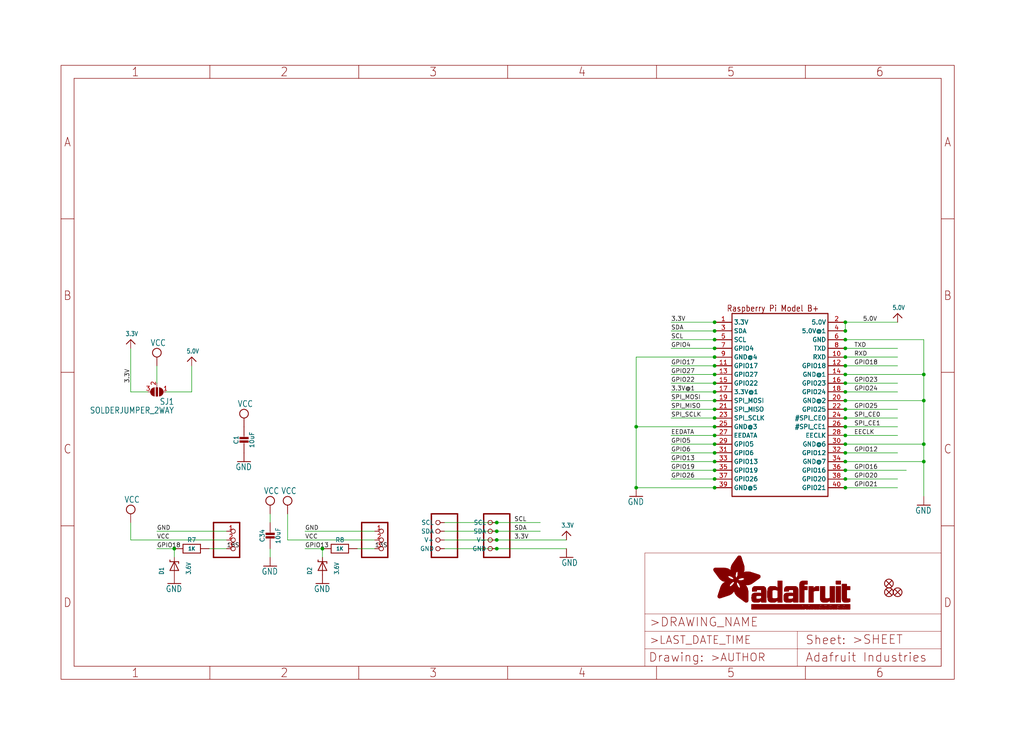
<source format=kicad_sch>
(kicad_sch (version 20211123) (generator eeschema)
  (paper "User" 298.45 217.881)
  (lib_symbols
    (symbol "eagleSchem-eagle-import:3.3V" (power)
      (property "Value" "3.3V" (at -1.524 1.016 0))
      (symbol "3.3V_1_0"
        (pin power_in line (at 0 -2.54 90) (length 2.54) (name "3.3V") (number "1"))
      )
    )
    (symbol "eagleSchem-eagle-import:5.0V" (power)
      (property "Value" "5.0V" (at -1.524 1.016 0))
      (symbol "5.0V_1_0"
        (pin power_in line (at 0 -2.54 90) (length 2.54) (name "5.0V") (number "1"))
      )
    )
    (symbol "eagleSchem-eagle-import:CAP_CERAMIC0805-NOOUTLINE"
      (property "Reference" "C" (at -2.29 1.25 90))
      (property "Value" "CAP_CERAMIC0805-NOOUTLINE" (at 2.3 1.25 90))
      (symbol "CAP_CERAMIC0805-NOOUTLINE_1_0"
        (pin passive line (at 0 5.08 270) (length 2.54) (name "1") (number "1"))
        (pin passive line (at 0 -2.54 90) (length 2.54) (name "2") (number "2"))
      )
    )
    (symbol "eagleSchem-eagle-import:CON_JST_PH_3PIN"
      (symbol "CON_JST_PH_3PIN_1_0"
        (pin passive inverted (at -2.54 2.54 0) (length 2.54) (name "1") (number "1"))
        (pin passive inverted (at -2.54 0 0) (length 2.54) (name "2") (number "2"))
        (pin passive inverted (at -2.54 -2.54 0) (length 2.54) (name "3") (number "3"))
      )
      (symbol "CON_JST_PH_3PIN_2_0"
        (pin bidirectional line (at 0 0 0) (length 5.08) (name "MT") (number "NC1"))
      )
      (symbol "CON_JST_PH_3PIN_3_0"
        (pin bidirectional line (at 0 0 0) (length 5.08) (name "MT") (number "NC2"))
      )
    )
    (symbol "eagleSchem-eagle-import:DIODE-ZENERSOD323"
      (property "Reference" "D" (at -2.54 3.0226 0))
      (property "Value" "DIODE-ZENERSOD323" (at -2.54 -4.8514 0))
      (symbol "DIODE-ZENERSOD323_1_0"
        (pin passive line (at -2.54 0 0) (length 2.54) (name "A") (number "A"))
        (pin passive line (at 2.54 0 180) (length 2.54) (name "C") (number "C"))
      )
    )
    (symbol "eagleSchem-eagle-import:FIDUCIAL_1MM")
    (symbol "eagleSchem-eagle-import:FRAME_A4_ADAFRUIT"
      (symbol "FRAME_A4_ADAFRUIT_0_0"
        (text "1" (at 21.6958 1.905 0) (effects (font (size 2.54 2.286))))
        (text "1" (at 21.6958 177.165 0) (effects (font (size 2.54 2.286))))
        (text "2" (at 65.0875 1.905 0) (effects (font (size 2.54 2.286))))
        (text "2" (at 65.0875 177.165 0) (effects (font (size 2.54 2.286))))
        (text "3" (at 108.4792 1.905 0) (effects (font (size 2.54 2.286))))
        (text "3" (at 108.4792 177.165 0) (effects (font (size 2.54 2.286))))
        (text "4" (at 151.8708 1.905 0) (effects (font (size 2.54 2.286))))
        (text "4" (at 151.8708 177.165 0) (effects (font (size 2.54 2.286))))
        (text "5" (at 195.2625 1.905 0) (effects (font (size 2.54 2.286))))
        (text "5" (at 195.2625 177.165 0) (effects (font (size 2.54 2.286))))
        (text "6" (at 238.6542 1.905 0) (effects (font (size 2.54 2.286))))
        (text "6" (at 238.6542 177.165 0) (effects (font (size 2.54 2.286))))
        (text "A" (at 1.905 156.6863 0) (effects (font (size 2.54 2.286))))
        (text "A" (at 258.445 156.6863 0) (effects (font (size 2.54 2.286))))
        (text "B" (at 1.905 111.9188 0) (effects (font (size 2.54 2.286))))
        (text "B" (at 258.445 111.9188 0) (effects (font (size 2.54 2.286))))
        (text "C" (at 1.905 67.1513 0) (effects (font (size 2.54 2.286))))
        (text "C" (at 258.445 67.1513 0) (effects (font (size 2.54 2.286))))
        (text "D" (at 1.905 22.3838 0) (effects (font (size 2.54 2.286))))
        (text "D" (at 258.445 22.3838 0) (effects (font (size 2.54 2.286))))
      )
      (symbol "FRAME_A4_ADAFRUIT_1_0"
        (text ">AUTHOR" (at 189.23 5.08 0) (effects (font (size 2.286 2.286)) (justify left bottom)))
        (text ">DRAWING_NAME" (at 171.45 15.24 0) (effects (font (size 2.54 2.54)) (justify left bottom)))
        (text ">LAST_DATE_TIME" (at 171.45 10.16 0) (effects (font (size 2.286 2.286)) (justify left bottom)))
        (text ">SHEET" (at 230.505 10.16 0) (effects (font (size 2.54 2.54)) (justify left bottom)))
        (text "Adafruit Industries" (at 216.916 4.953 0) (effects (font (size 2.54 2.54)) (justify left bottom)))
        (text "Drawing:" (at 171.196 4.953 0) (effects (font (size 2.54 2.54)) (justify left bottom)))
        (text "Sheet:" (at 216.916 10.033 0) (effects (font (size 2.54 2.54)) (justify left bottom)))
      )
    )
    (symbol "eagleSchem-eagle-import:GND" (power)
      (property "Value" "GND" (at -2.54 -2.54 0))
      (symbol "GND_1_0"
        (pin power_in line (at 0 2.54 270) (length 2.54) (name "GND") (number "1"))
      )
    )
    (symbol "eagleSchem-eagle-import:RASPBERRYPI_BPLUS_2X20_THMSMT_TOP"
      (symbol "RASPBERRYPI_BPLUS_2X20_THMSMT_TOP_1_0"
        (text "Raspberry Pi Model B+" (at 12.7 25.4 0) (effects (font (size 1.778 1.5113)) (justify right top)))
        (pin power_in line (at -17.78 20.32 0) (length 5.08) (name "3.3V") (number "1"))
        (pin bidirectional line (at 20.32 10.16 180) (length 5.08) (name "RXD") (number "10"))
        (pin bidirectional line (at -17.78 7.62 0) (length 5.08) (name "GPIO17") (number "11"))
        (pin bidirectional line (at 20.32 7.62 180) (length 5.08) (name "GPIO18") (number "12"))
        (pin bidirectional line (at -17.78 5.08 0) (length 5.08) (name "GPIO27") (number "13"))
        (pin power_in line (at 20.32 5.08 180) (length 5.08) (name "GND@1") (number "14"))
        (pin bidirectional line (at -17.78 2.54 0) (length 5.08) (name "GPIO22") (number "15"))
        (pin bidirectional line (at 20.32 2.54 180) (length 5.08) (name "GPIO23") (number "16"))
        (pin power_in line (at -17.78 0 0) (length 5.08) (name "3.3V@1") (number "17"))
        (pin bidirectional line (at 20.32 0 180) (length 5.08) (name "GPIO24") (number "18"))
        (pin bidirectional line (at -17.78 -2.54 0) (length 5.08) (name "SPI_MOSI") (number "19"))
        (pin power_in line (at 20.32 20.32 180) (length 5.08) (name "5.0V") (number "2"))
        (pin power_in line (at 20.32 -2.54 180) (length 5.08) (name "GND@2") (number "20"))
        (pin bidirectional line (at -17.78 -5.08 0) (length 5.08) (name "SPI_MISO") (number "21"))
        (pin bidirectional line (at 20.32 -5.08 180) (length 5.08) (name "GPIO25") (number "22"))
        (pin bidirectional line (at -17.78 -7.62 0) (length 5.08) (name "SPI_SCLK") (number "23"))
        (pin bidirectional line (at 20.32 -7.62 180) (length 5.08) (name "#SPI_CE0") (number "24"))
        (pin power_in line (at -17.78 -10.16 0) (length 5.08) (name "GND@3") (number "25"))
        (pin bidirectional line (at 20.32 -10.16 180) (length 5.08) (name "#SPI_CE1") (number "26"))
        (pin bidirectional line (at -17.78 -12.7 0) (length 5.08) (name "EEDATA") (number "27"))
        (pin bidirectional line (at 20.32 -12.7 180) (length 5.08) (name "EECLK") (number "28"))
        (pin bidirectional line (at -17.78 -15.24 0) (length 5.08) (name "GPIO5") (number "29"))
        (pin bidirectional line (at -17.78 17.78 0) (length 5.08) (name "SDA") (number "3"))
        (pin power_in line (at 20.32 -15.24 180) (length 5.08) (name "GND@6") (number "30"))
        (pin bidirectional line (at -17.78 -17.78 0) (length 5.08) (name "GPIO6") (number "31"))
        (pin bidirectional line (at 20.32 -17.78 180) (length 5.08) (name "GPIO12") (number "32"))
        (pin bidirectional line (at -17.78 -20.32 0) (length 5.08) (name "GPIO13") (number "33"))
        (pin power_in line (at 20.32 -20.32 180) (length 5.08) (name "GND@7") (number "34"))
        (pin bidirectional line (at -17.78 -22.86 0) (length 5.08) (name "GPIO19") (number "35"))
        (pin bidirectional line (at 20.32 -22.86 180) (length 5.08) (name "GPIO16") (number "36"))
        (pin bidirectional line (at -17.78 -25.4 0) (length 5.08) (name "GPIO26") (number "37"))
        (pin bidirectional line (at 20.32 -25.4 180) (length 5.08) (name "GPIO20") (number "38"))
        (pin power_in line (at -17.78 -27.94 0) (length 5.08) (name "GND@5") (number "39"))
        (pin power_in line (at 20.32 17.78 180) (length 5.08) (name "5.0V@1") (number "4"))
        (pin bidirectional line (at 20.32 -27.94 180) (length 5.08) (name "GPIO21") (number "40"))
        (pin bidirectional line (at -17.78 15.24 0) (length 5.08) (name "SCL") (number "5"))
        (pin power_in line (at 20.32 15.24 180) (length 5.08) (name "GND") (number "6"))
        (pin bidirectional line (at -17.78 12.7 0) (length 5.08) (name "GPIO4") (number "7"))
        (pin bidirectional line (at 20.32 12.7 180) (length 5.08) (name "TXD") (number "8"))
        (pin power_in line (at -17.78 10.16 0) (length 5.08) (name "GND@4") (number "9"))
        (pin power_in line (at -17.78 20.32 0) (length 5.08) (name "3.3V") (number "S1"))
        (pin bidirectional line (at 20.32 10.16 180) (length 5.08) (name "RXD") (number "S10"))
        (pin bidirectional line (at -17.78 7.62 0) (length 5.08) (name "GPIO17") (number "S11"))
        (pin bidirectional line (at 20.32 7.62 180) (length 5.08) (name "GPIO18") (number "S12"))
        (pin bidirectional line (at -17.78 5.08 0) (length 5.08) (name "GPIO27") (number "S13"))
        (pin power_in line (at 20.32 5.08 180) (length 5.08) (name "GND@1") (number "S14"))
        (pin bidirectional line (at -17.78 2.54 0) (length 5.08) (name "GPIO22") (number "S15"))
        (pin bidirectional line (at 20.32 2.54 180) (length 5.08) (name "GPIO23") (number "S16"))
        (pin power_in line (at -17.78 0 0) (length 5.08) (name "3.3V@1") (number "S17"))
        (pin bidirectional line (at 20.32 0 180) (length 5.08) (name "GPIO24") (number "S18"))
        (pin bidirectional line (at -17.78 -2.54 0) (length 5.08) (name "SPI_MOSI") (number "S19"))
        (pin power_in line (at 20.32 20.32 180) (length 5.08) (name "5.0V") (number "S2"))
        (pin power_in line (at 20.32 -2.54 180) (length 5.08) (name "GND@2") (number "S20"))
        (pin bidirectional line (at -17.78 -5.08 0) (length 5.08) (name "SPI_MISO") (number "S21"))
        (pin bidirectional line (at 20.32 -5.08 180) (length 5.08) (name "GPIO25") (number "S22"))
        (pin bidirectional line (at -17.78 -7.62 0) (length 5.08) (name "SPI_SCLK") (number "S23"))
        (pin bidirectional line (at 20.32 -7.62 180) (length 5.08) (name "#SPI_CE0") (number "S24"))
        (pin power_in line (at -17.78 -10.16 0) (length 5.08) (name "GND@3") (number "S25"))
        (pin bidirectional line (at 20.32 -10.16 180) (length 5.08) (name "#SPI_CE1") (number "S26"))
        (pin bidirectional line (at -17.78 -12.7 0) (length 5.08) (name "EEDATA") (number "S27"))
        (pin bidirectional line (at 20.32 -12.7 180) (length 5.08) (name "EECLK") (number "S28"))
        (pin bidirectional line (at -17.78 -15.24 0) (length 5.08) (name "GPIO5") (number "S29"))
        (pin bidirectional line (at -17.78 17.78 0) (length 5.08) (name "SDA") (number "S3"))
        (pin power_in line (at 20.32 -15.24 180) (length 5.08) (name "GND@6") (number "S30"))
        (pin bidirectional line (at -17.78 -17.78 0) (length 5.08) (name "GPIO6") (number "S31"))
        (pin bidirectional line (at 20.32 -17.78 180) (length 5.08) (name "GPIO12") (number "S32"))
        (pin bidirectional line (at -17.78 -20.32 0) (length 5.08) (name "GPIO13") (number "S33"))
        (pin power_in line (at 20.32 -20.32 180) (length 5.08) (name "GND@7") (number "S34"))
        (pin bidirectional line (at -17.78 -22.86 0) (length 5.08) (name "GPIO19") (number "S35"))
        (pin bidirectional line (at 20.32 -22.86 180) (length 5.08) (name "GPIO16") (number "S36"))
        (pin bidirectional line (at -17.78 -25.4 0) (length 5.08) (name "GPIO26") (number "S37"))
        (pin bidirectional line (at 20.32 -25.4 180) (length 5.08) (name "GPIO20") (number "S38"))
        (pin power_in line (at -17.78 -27.94 0) (length 5.08) (name "GND@5") (number "S39"))
        (pin power_in line (at 20.32 17.78 180) (length 5.08) (name "5.0V@1") (number "S4"))
        (pin bidirectional line (at 20.32 -27.94 180) (length 5.08) (name "GPIO21") (number "S40"))
        (pin bidirectional line (at -17.78 15.24 0) (length 5.08) (name "SCL") (number "S5"))
        (pin power_in line (at 20.32 15.24 180) (length 5.08) (name "GND") (number "S6"))
        (pin bidirectional line (at -17.78 12.7 0) (length 5.08) (name "GPIO4") (number "S7"))
        (pin bidirectional line (at 20.32 12.7 180) (length 5.08) (name "TXD") (number "S8"))
        (pin power_in line (at -17.78 10.16 0) (length 5.08) (name "GND@4") (number "S9"))
      )
    )
    (symbol "eagleSchem-eagle-import:RASPBERRYPI_BPLUS_IDC"
      (symbol "RASPBERRYPI_BPLUS_IDC_1_0"
        (text "Raspberry Pi Model B+" (at 12.7 25.4 0) (effects (font (size 1.778 1.5113)) (justify right top)))
        (pin power_in line (at -17.78 20.32 0) (length 5.08) (name "3.3V") (number "1"))
        (pin bidirectional line (at 20.32 10.16 180) (length 5.08) (name "RXD") (number "10"))
        (pin bidirectional line (at -17.78 7.62 0) (length 5.08) (name "GPIO17") (number "11"))
        (pin bidirectional line (at 20.32 7.62 180) (length 5.08) (name "GPIO18") (number "12"))
        (pin bidirectional line (at -17.78 5.08 0) (length 5.08) (name "GPIO27") (number "13"))
        (pin power_in line (at 20.32 5.08 180) (length 5.08) (name "GND@1") (number "14"))
        (pin bidirectional line (at -17.78 2.54 0) (length 5.08) (name "GPIO22") (number "15"))
        (pin bidirectional line (at 20.32 2.54 180) (length 5.08) (name "GPIO23") (number "16"))
        (pin power_in line (at -17.78 0 0) (length 5.08) (name "3.3V@1") (number "17"))
        (pin bidirectional line (at 20.32 0 180) (length 5.08) (name "GPIO24") (number "18"))
        (pin bidirectional line (at -17.78 -2.54 0) (length 5.08) (name "SPI_MOSI") (number "19"))
        (pin power_in line (at 20.32 20.32 180) (length 5.08) (name "5.0V") (number "2"))
        (pin power_in line (at 20.32 -2.54 180) (length 5.08) (name "GND@2") (number "20"))
        (pin bidirectional line (at -17.78 -5.08 0) (length 5.08) (name "SPI_MISO") (number "21"))
        (pin bidirectional line (at 20.32 -5.08 180) (length 5.08) (name "GPIO25") (number "22"))
        (pin bidirectional line (at -17.78 -7.62 0) (length 5.08) (name "SPI_SCLK") (number "23"))
        (pin bidirectional line (at 20.32 -7.62 180) (length 5.08) (name "#SPI_CE0") (number "24"))
        (pin power_in line (at -17.78 -10.16 0) (length 5.08) (name "GND@3") (number "25"))
        (pin bidirectional line (at 20.32 -10.16 180) (length 5.08) (name "#SPI_CE1") (number "26"))
        (pin bidirectional line (at -17.78 -12.7 0) (length 5.08) (name "EEDATA") (number "27"))
        (pin bidirectional line (at 20.32 -12.7 180) (length 5.08) (name "EECLK") (number "28"))
        (pin bidirectional line (at -17.78 -15.24 0) (length 5.08) (name "GPIO5") (number "29"))
        (pin bidirectional line (at -17.78 17.78 0) (length 5.08) (name "SDA") (number "3"))
        (pin power_in line (at 20.32 -15.24 180) (length 5.08) (name "GND@6") (number "30"))
        (pin bidirectional line (at -17.78 -17.78 0) (length 5.08) (name "GPIO6") (number "31"))
        (pin bidirectional line (at 20.32 -17.78 180) (length 5.08) (name "GPIO12") (number "32"))
        (pin bidirectional line (at -17.78 -20.32 0) (length 5.08) (name "GPIO13") (number "33"))
        (pin power_in line (at 20.32 -20.32 180) (length 5.08) (name "GND@7") (number "34"))
        (pin bidirectional line (at -17.78 -22.86 0) (length 5.08) (name "GPIO19") (number "35"))
        (pin bidirectional line (at 20.32 -22.86 180) (length 5.08) (name "GPIO16") (number "36"))
        (pin bidirectional line (at -17.78 -25.4 0) (length 5.08) (name "GPIO26") (number "37"))
        (pin bidirectional line (at 20.32 -25.4 180) (length 5.08) (name "GPIO20") (number "38"))
        (pin power_in line (at -17.78 -27.94 0) (length 5.08) (name "GND@5") (number "39"))
        (pin power_in line (at 20.32 17.78 180) (length 5.08) (name "5.0V@1") (number "4"))
        (pin bidirectional line (at 20.32 -27.94 180) (length 5.08) (name "GPIO21") (number "40"))
        (pin bidirectional line (at -17.78 15.24 0) (length 5.08) (name "SCL") (number "5"))
        (pin power_in line (at 20.32 15.24 180) (length 5.08) (name "GND") (number "6"))
        (pin bidirectional line (at -17.78 12.7 0) (length 5.08) (name "GPIO4") (number "7"))
        (pin bidirectional line (at 20.32 12.7 180) (length 5.08) (name "TXD") (number "8"))
        (pin power_in line (at -17.78 10.16 0) (length 5.08) (name "GND@4") (number "9"))
      )
    )
    (symbol "eagleSchem-eagle-import:RESISTOR_0603_NOOUT"
      (property "Reference" "R" (at 0 2.54 0))
      (property "Value" "RESISTOR_0603_NOOUT" (at 0 0 0))
      (symbol "RESISTOR_0603_NOOUT_1_0"
        (pin passive line (at -5.08 0 0) (length 2.54) (name "1") (number "1"))
        (pin passive line (at 5.08 0 180) (length 2.54) (name "2") (number "2"))
      )
    )
    (symbol "eagleSchem-eagle-import:SOLDERJUMPER_2WAY"
      (property "Reference" "SJ" (at -5.08 -3.81 0))
      (property "Value" "SOLDERJUMPER_2WAY" (at -5.08 -6.35 0))
      (symbol "SOLDERJUMPER_2WAY_1_0"
        (pin passive line (at -2.54 0 0) (length 0) (name "1") (number "1"))
        (pin passive line (at 0 2.54 270) (length 0) (name "2") (number "2"))
        (pin passive line (at 2.54 0 180) (length 0) (name "3") (number "3"))
      )
    )
    (symbol "eagleSchem-eagle-import:STEMMA_I2C_QT"
      (symbol "STEMMA_I2C_QT_1_0"
        (pin passive inverted (at 0 5.08 0) (length 2.54) (name "GND") (number "1"))
        (pin passive inverted (at 0 2.54 0) (length 2.54) (name "V+") (number "2"))
        (pin passive inverted (at 0 0 0) (length 2.54) (name "SDA") (number "3"))
        (pin passive inverted (at 0 -2.54 0) (length 2.54) (name "SCL") (number "4"))
      )
      (symbol "STEMMA_I2C_QT_2_0"
        (pin bidirectional line (at 0 0 0) (length 5.08) (name "MT") (number "MT1"))
      )
      (symbol "STEMMA_I2C_QT_3_0"
        (pin bidirectional line (at 0 0 0) (length 5.08) (name "MT") (number "MT2"))
      )
    )
    (symbol "eagleSchem-eagle-import:VCC" (power)
      (property "Value" "VCC" (at -1.905 3.175 0))
      (symbol "VCC_1_0"
        (pin power_in line (at 0 -2.54 90) (length 2.54) (name "VCC") (number "1"))
      )
    )
  )
  (junction (at 208.28 93.98))
  (junction (at 246.38 134.62))
  (junction (at 144.78 152.4))
  (junction (at 246.38 132.08))
  (junction (at 185.42 142.24))
  (junction (at 246.38 121.92))
  (junction (at 246.38 99.06))
  (junction (at 246.38 139.7))
  (junction (at 246.38 127))
  (junction (at 269.24 129.54))
  (junction (at 246.38 116.84))
  (junction (at 208.28 99.06))
  (junction (at 208.28 121.92))
  (junction (at 208.28 116.84))
  (junction (at 208.28 96.52))
  (junction (at 269.24 109.22))
  (junction (at 144.78 154.94))
  (junction (at 208.28 127))
  (junction (at 208.28 124.46))
  (junction (at 208.28 114.3))
  (junction (at 246.38 109.22))
  (junction (at 246.38 106.68))
  (junction (at 246.38 142.24))
  (junction (at 246.38 101.6))
  (junction (at 208.28 104.14))
  (junction (at 246.38 96.52))
  (junction (at 185.42 124.46))
  (junction (at 50.8 160.02))
  (junction (at 144.78 157.48))
  (junction (at 208.28 142.24))
  (junction (at 208.28 137.16))
  (junction (at 208.28 119.38))
  (junction (at 246.38 111.76))
  (junction (at 246.38 114.3))
  (junction (at 208.28 134.62))
  (junction (at 246.38 104.14))
  (junction (at 208.28 129.54))
  (junction (at 269.24 116.84))
  (junction (at 208.28 106.68))
  (junction (at 246.38 137.16))
  (junction (at 208.28 132.08))
  (junction (at 246.38 119.38))
  (junction (at 208.28 101.6))
  (junction (at 269.24 134.62))
  (junction (at 246.38 124.46))
  (junction (at 208.28 111.76))
  (junction (at 144.78 160.02))
  (junction (at 246.38 129.54))
  (junction (at 208.28 109.22))
  (junction (at 208.28 139.7))
  (junction (at 93.98 160.02))
  (junction (at 246.38 93.98))
  (wire (pts (xy 43.18 114.3) (xy 38.1 114.3)))
  (wire (pts (xy 144.78 154.94) (xy 157.48 154.94)))
  (wire (pts (xy 78.74 152.4) (xy 78.74 149.86)))
  (wire (pts (xy 208.28 93.98) (xy 195.58 93.98)))
  (wire (pts (xy 246.38 142.24) (xy 261.62 142.24)))
  (wire (pts (xy 269.24 109.22) (xy 269.24 116.84)))
  (wire (pts (xy 109.22 154.94) (xy 88.9 154.94)))
  (wire (pts (xy 246.38 127) (xy 261.62 127)))
  (wire (pts (xy 144.78 152.4) (xy 129.54 152.4)))
  (wire (pts (xy 246.38 106.68) (xy 261.62 106.68)))
  (wire (pts (xy 208.28 101.6) (xy 195.58 101.6)))
  (wire (pts (xy 269.24 116.84) (xy 269.24 129.54)))
  (wire (pts (xy 208.28 142.24) (xy 185.42 142.24)))
  (wire (pts (xy 50.8 160.02) (xy 45.72 160.02)))
  (wire (pts (xy 195.58 114.3) (xy 208.28 114.3)))
  (wire (pts (xy 50.8 160.02) (xy 50.8 162.56)))
  (wire (pts (xy 246.38 111.76) (xy 261.62 111.76)))
  (wire (pts (xy 246.38 119.38) (xy 261.62 119.38)))
  (wire (pts (xy 45.72 106.68) (xy 45.72 111.76)))
  (wire (pts (xy 195.58 137.16) (xy 208.28 137.16)))
  (wire (pts (xy 109.22 160.02) (xy 104.14 160.02)))
  (wire (pts (xy 269.24 134.62) (xy 269.24 144.78)))
  (wire (pts (xy 195.58 121.92) (xy 208.28 121.92)))
  (wire (pts (xy 195.58 132.08) (xy 208.28 132.08)))
  (wire (pts (xy 93.98 160.02) (xy 88.9 160.02)))
  (wire (pts (xy 195.58 116.84) (xy 208.28 116.84)))
  (wire (pts (xy 38.1 157.48) (xy 66.04 157.48)))
  (wire (pts (xy 195.58 139.7) (xy 208.28 139.7)))
  (wire (pts (xy 144.78 157.48) (xy 129.54 157.48)))
  (wire (pts (xy 185.42 104.14) (xy 208.28 104.14)))
  (wire (pts (xy 246.38 137.16) (xy 264.16 137.16)))
  (wire (pts (xy 144.78 152.4) (xy 157.48 152.4)))
  (wire (pts (xy 269.24 99.06) (xy 269.24 109.22)))
  (wire (pts (xy 246.38 101.6) (xy 261.62 101.6)))
  (wire (pts (xy 144.78 160.02) (xy 165.1 160.02)))
  (wire (pts (xy 269.24 129.54) (xy 269.24 134.62)))
  (wire (pts (xy 246.38 132.08) (xy 261.62 132.08)))
  (wire (pts (xy 144.78 160.02) (xy 129.54 160.02)))
  (wire (pts (xy 246.38 124.46) (xy 261.62 124.46)))
  (wire (pts (xy 185.42 124.46) (xy 208.28 124.46)))
  (wire (pts (xy 55.88 114.3) (xy 55.88 106.68)))
  (wire (pts (xy 246.38 96.52) (xy 246.38 93.98)))
  (wire (pts (xy 48.26 114.3) (xy 55.88 114.3)))
  (wire (pts (xy 208.28 99.06) (xy 195.58 99.06)))
  (wire (pts (xy 144.78 157.48) (xy 165.1 157.48)))
  (wire (pts (xy 208.28 106.68) (xy 195.58 106.68)))
  (wire (pts (xy 195.58 134.62) (xy 208.28 134.62)))
  (wire (pts (xy 208.28 127) (xy 195.58 127)))
  (wire (pts (xy 195.58 109.22) (xy 208.28 109.22)))
  (wire (pts (xy 246.38 114.3) (xy 261.62 114.3)))
  (wire (pts (xy 246.38 93.98) (xy 261.62 93.98)))
  (wire (pts (xy 246.38 99.06) (xy 269.24 99.06)))
  (wire (pts (xy 38.1 114.3) (xy 38.1 101.6)))
  (wire (pts (xy 246.38 134.62) (xy 269.24 134.62)))
  (wire (pts (xy 246.38 129.54) (xy 269.24 129.54)))
  (wire (pts (xy 246.38 121.92) (xy 261.62 121.92)))
  (wire (pts (xy 66.04 154.94) (xy 45.72 154.94)))
  (wire (pts (xy 208.28 96.52) (xy 195.58 96.52)))
  (wire (pts (xy 246.38 109.22) (xy 269.24 109.22)))
  (wire (pts (xy 261.62 104.14) (xy 246.38 104.14)))
  (wire (pts (xy 38.1 157.48) (xy 38.1 152.4)))
  (wire (pts (xy 93.98 162.56) (xy 93.98 160.02)))
  (wire (pts (xy 246.38 116.84) (xy 269.24 116.84)))
  (wire (pts (xy 83.82 157.48) (xy 83.82 149.86)))
  (wire (pts (xy 185.42 124.46) (xy 185.42 104.14)))
  (wire (pts (xy 144.78 154.94) (xy 129.54 154.94)))
  (wire (pts (xy 78.74 162.56) (xy 78.74 160.02)))
  (wire (pts (xy 246.38 139.7) (xy 261.62 139.7)))
  (wire (pts (xy 195.58 129.54) (xy 208.28 129.54)))
  (wire (pts (xy 83.82 157.48) (xy 109.22 157.48)))
  (wire (pts (xy 66.04 160.02) (xy 60.96 160.02)))
  (wire (pts (xy 195.58 119.38) (xy 208.28 119.38)))
  (wire (pts (xy 208.28 111.76) (xy 195.58 111.76)))
  (wire (pts (xy 185.42 124.46) (xy 185.42 142.24)))
  (label "TXD" (at 248.92 101.6 0) (effects (font (size 1.2446 1.2446))))
  (label "GPIO13" (at 88.9 160.02 0) (effects (font (size 1.2446 1.2446))))
  (label "SCL" (at 195.58 99.06 0) (effects (font (size 1.2446 1.2446))))
  (label "GND" (at 45.72 154.94 0) (effects (font (size 1.2446 1.2446))))
  (label "SPI_MOSI" (at 195.58 116.84 0) (effects (font (size 1.2446 1.2446))))
  (label "5.0V" (at 251.46 93.98 0) (effects (font (size 1.2446 1.2446))))
  (label "GPIO16" (at 248.92 137.16 0) (effects (font (size 1.2446 1.2446))))
  (label "3.3V@1" (at 195.58 114.3 0) (effects (font (size 1.2446 1.2446))))
  (label "RXD" (at 248.92 104.14 0) (effects (font (size 1.2446 1.2446))))
  (label "GPIO4" (at 195.58 101.6 0) (effects (font (size 1.2446 1.2446))))
  (label "SCL" (at 149.86 152.4 0) (effects (font (size 1.2446 1.2446))))
  (label "GPIO18" (at 45.72 160.02 0) (effects (font (size 1.2446 1.2446))))
  (label "GPIO21" (at 248.92 142.24 0) (effects (font (size 1.2446 1.2446))))
  (label "GPIO13" (at 195.58 134.62 0) (effects (font (size 1.2446 1.2446))))
  (label "3.3V" (at 195.58 93.98 0) (effects (font (size 1.2446 1.2446))))
  (label "18S" (at 66.04 160.02 0) (effects (font (size 1.2446 1.2446))))
  (label "SPI_MISO" (at 195.58 119.38 0) (effects (font (size 1.2446 1.2446))))
  (label "GPIO25" (at 248.92 119.38 0) (effects (font (size 1.2446 1.2446))))
  (label "EEDATA" (at 195.58 127 0) (effects (font (size 1.2446 1.2446))))
  (label "GPIO19" (at 195.58 137.16 0) (effects (font (size 1.2446 1.2446))))
  (label "3.3V" (at 38.1 111.76 90) (effects (font (size 1.2446 1.2446))))
  (label "VCC" (at 88.9 157.48 0) (effects (font (size 1.2446 1.2446))))
  (label "GND" (at 88.9 154.94 0) (effects (font (size 1.2446 1.2446))))
  (label "13S" (at 109.22 160.02 0) (effects (font (size 1.2446 1.2446))))
  (label "GPIO20" (at 248.92 139.7 0) (effects (font (size 1.2446 1.2446))))
  (label "SPI_CE0" (at 248.92 121.92 0) (effects (font (size 1.2446 1.2446))))
  (label "EECLK" (at 248.92 127 0) (effects (font (size 1.2446 1.2446))))
  (label "GPIO23" (at 248.92 111.76 0) (effects (font (size 1.2446 1.2446))))
  (label "SPI_CE1" (at 248.92 124.46 0) (effects (font (size 1.2446 1.2446))))
  (label "GPIO18" (at 248.92 106.68 0) (effects (font (size 1.2446 1.2446))))
  (label "GPIO26" (at 195.58 139.7 0) (effects (font (size 1.2446 1.2446))))
  (label "GPIO6" (at 195.58 132.08 0) (effects (font (size 1.2446 1.2446))))
  (label "SDA" (at 195.58 96.52 0) (effects (font (size 1.2446 1.2446))))
  (label "SDA" (at 149.86 154.94 0) (effects (font (size 1.2446 1.2446))))
  (label "GPIO27" (at 195.58 109.22 0) (effects (font (size 1.2446 1.2446))))
  (label "GPIO22" (at 195.58 111.76 0) (effects (font (size 1.2446 1.2446))))
  (label "GPIO12" (at 248.92 132.08 0) (effects (font (size 1.2446 1.2446))))
  (label "VCC" (at 45.72 157.48 0) (effects (font (size 1.2446 1.2446))))
  (label "GPIO24" (at 248.92 114.3 0) (effects (font (size 1.2446 1.2446))))
  (label "SPI_SCLK" (at 195.58 121.92 0) (effects (font (size 1.2446 1.2446))))
  (label "GPIO17" (at 195.58 106.68 0) (effects (font (size 1.2446 1.2446))))
  (label "GPIO5" (at 195.58 129.54 0) (effects (font (size 1.2446 1.2446))))
  (label "3.3V" (at 149.86 157.48 0) (effects (font (size 1.2446 1.2446))))
  (symbol (lib_id "eagleSchem-eagle-import:FIDUCIAL_1MM") (at 259.08 172.72 0) (unit 1)
    (property "Reference" "FID1" (effects hide))
    (property "Value" "FIDUCIAL_1MM" (effects hide))
    (property "Footprint" "eagleSchem:FIDUCIAL_1MM" (effects hide))
  )
  (symbol (lib_id "eagleSchem-eagle-import:5.0V") (at 261.62 91.44 0) (unit 1)
    (property "Reference" "#U$14" (effects hide))
    (property "Value" "5.0V" (at 260.096 90.424 0) (effects (font (size 1.27 1.0795)) (justify left bottom)))
    (property "Footprint" "eagleSchem:" (effects hide))
  )
  (symbol (lib_id "eagleSchem-eagle-import:GND") (at 78.74 165.1 0) (unit 1)
    (property "Reference" "#GND16" (effects hide))
    (property "Value" "GND" (at 76.2 167.64 0) (effects (font (size 1.778 1.5113)) (justify left bottom)))
    (property "Footprint" "eagleSchem:" (effects hide))
  )
  (symbol (lib_id "eagleSchem-eagle-import:STEMMA_I2C_QT") (at 129.54 154.94 180) (unit 1)
    (property "Reference" "CONN3" (effects hide))
    (property "Value" "STEMMA_I2C_QT" (effects hide))
    (property "Footprint" "eagleSchem:JST_SH4" (effects hide))
  )
  (symbol (lib_id "eagleSchem-eagle-import:FIDUCIAL_1MM") (at 261.62 172.72 0) (unit 1)
    (property "Reference" "FID2" (effects hide))
    (property "Value" "FIDUCIAL_1MM" (effects hide))
    (property "Footprint" "eagleSchem:FIDUCIAL_1MM" (effects hide))
  )
  (symbol (lib_id "eagleSchem-eagle-import:VCC") (at 71.12 121.92 0) (unit 1)
    (property "Reference" "#SUPPLY2" (effects hide))
    (property "Value" "VCC" (at 69.215 118.745 0) (effects (font (size 1.778 1.5113)) (justify left bottom)))
    (property "Footprint" "eagleSchem:" (effects hide))
  )
  (symbol (lib_id "eagleSchem-eagle-import:GND") (at 185.42 144.78 0) (unit 1)
    (property "Reference" "#GND1" (effects hide))
    (property "Value" "GND" (at 182.88 147.32 0) (effects (font (size 1.778 1.5113)) (justify left bottom)))
    (property "Footprint" "eagleSchem:" (effects hide))
  )
  (symbol (lib_id "eagleSchem-eagle-import:STEMMA_I2C_QT") (at 144.78 154.94 180) (unit 1)
    (property "Reference" "CONN1" (effects hide))
    (property "Value" "STEMMA_I2C_QT" (effects hide))
    (property "Footprint" "eagleSchem:JST_SH4" (effects hide))
  )
  (symbol (lib_id "eagleSchem-eagle-import:GND") (at 93.98 170.18 0) (unit 1)
    (property "Reference" "#GND19" (effects hide))
    (property "Value" "GND" (at 91.44 172.72 0) (effects (font (size 1.778 1.5113)) (justify left bottom)))
    (property "Footprint" "eagleSchem:" (effects hide))
  )
  (symbol (lib_id "eagleSchem-eagle-import:FRAME_A4_ADAFRUIT") (at 17.78 198.12 0) (unit 1)
    (property "Reference" "#U$7" (effects hide))
    (property "Value" "FRAME_A4_ADAFRUIT" (effects hide))
    (property "Footprint" "eagleSchem:" (effects hide))
  )
  (symbol (lib_id "eagleSchem-eagle-import:CAP_CERAMIC0805-NOOUTLINE") (at 78.74 157.48 0) (unit 1)
    (property "Reference" "C34" (at 76.45 156.23 90))
    (property "Value" "10uF" (at 81.04 156.23 90))
    (property "Footprint" "eagleSchem:0805-NO" (effects hide))
  )
  (symbol (lib_id "eagleSchem-eagle-import:CAP_CERAMIC0805-NOOUTLINE") (at 71.12 129.54 0) (unit 1)
    (property "Reference" "C1" (at 68.83 128.29 90))
    (property "Value" "10uF" (at 73.42 128.29 90))
    (property "Footprint" "eagleSchem:0805-NO" (effects hide))
  )
  (symbol (lib_id "eagleSchem-eagle-import:SOLDERJUMPER_2WAY") (at 45.72 114.3 0) (mirror y) (unit 1)
    (property "Reference" "SJ1" (at 50.8 118.11 0) (effects (font (size 1.778 1.5113)) (justify left bottom)))
    (property "Value" "SOLDERJUMPER_2WAY" (at 50.8 120.65 0) (effects (font (size 1.778 1.5113)) (justify left bottom)))
    (property "Footprint" "eagleSchem:SOLDERJUMPER_2WAY_OPEN_NOPASTE" (effects hide))
  )
  (symbol (lib_id "eagleSchem-eagle-import:CON_JST_PH_3PIN") (at 68.58 157.48 0) (unit 1)
    (property "Reference" "NEOPIX0" (effects hide))
    (property "Value" "JST PH 3" (effects hide))
    (property "Footprint" "eagleSchem:JSTPH3" (effects hide))
  )
  (symbol (lib_id "eagleSchem-eagle-import:FIDUCIAL_1MM") (at 259.08 170.18 0) (unit 1)
    (property "Reference" "FID3" (effects hide))
    (property "Value" "FIDUCIAL_1MM" (effects hide))
    (property "Footprint" "eagleSchem:FIDUCIAL_1MM" (effects hide))
  )
  (symbol (lib_id "eagleSchem-eagle-import:DIODE-ZENERSOD323") (at 93.98 165.1 90) (unit 1)
    (property "Reference" "D2" (at 90.9574 167.64 0) (effects (font (size 1.27 1.0795)) (justify left bottom)))
    (property "Value" "3.6V" (at 98.8314 167.64 0) (effects (font (size 1.27 1.0795)) (justify left bottom)))
    (property "Footprint" "eagleSchem:SOD-323" (effects hide))
  )
  (symbol (lib_id "eagleSchem-eagle-import:VCC") (at 38.1 149.86 0) (unit 1)
    (property "Reference" "#SUPPLY5" (effects hide))
    (property "Value" "VCC" (at 36.195 146.685 0) (effects (font (size 1.778 1.5113)) (justify left bottom)))
    (property "Footprint" "eagleSchem:" (effects hide))
  )
  (symbol (lib_id "eagleSchem-eagle-import:VCC") (at 78.74 147.32 0) (unit 1)
    (property "Reference" "#SUPPLY4" (effects hide))
    (property "Value" "VCC" (at 76.835 144.145 0) (effects (font (size 1.778 1.5113)) (justify left bottom)))
    (property "Footprint" "eagleSchem:" (effects hide))
  )
  (symbol (lib_id "eagleSchem-eagle-import:RESISTOR_0603_NOOUT") (at 99.06 160.02 0) (mirror y) (unit 1)
    (property "Reference" "R8" (at 99.06 157.48 0))
    (property "Value" "1K" (at 99.06 160.02 0) (effects (font (size 1.016 1.016) bold)))
    (property "Footprint" "eagleSchem:0603-NO" (effects hide))
  )
  (symbol (lib_id "eagleSchem-eagle-import:3.3V") (at 38.1 99.06 0) (unit 1)
    (property "Reference" "#U$74" (effects hide))
    (property "Value" "3.3V" (at 36.576 98.044 0) (effects (font (size 1.27 1.0795)) (justify left bottom)))
    (property "Footprint" "eagleSchem:" (effects hide))
  )
  (symbol (lib_id "eagleSchem-eagle-import:DIODE-ZENERSOD323") (at 50.8 165.1 90) (unit 1)
    (property "Reference" "D1" (at 47.7774 167.64 0) (effects (font (size 1.27 1.0795)) (justify left bottom)))
    (property "Value" "3.6V" (at 55.6514 167.64 0) (effects (font (size 1.27 1.0795)) (justify left bottom)))
    (property "Footprint" "eagleSchem:SOD-323" (effects hide))
  )
  (symbol (lib_id "eagleSchem-eagle-import:GND") (at 269.24 147.32 0) (unit 1)
    (property "Reference" "#GND2" (effects hide))
    (property "Value" "GND" (at 266.7 149.86 0) (effects (font (size 1.778 1.5113)) (justify left bottom)))
    (property "Footprint" "eagleSchem:" (effects hide))
  )
  (symbol (lib_id "eagleSchem-eagle-import:GND") (at 165.1 162.56 0) (unit 1)
    (property "Reference" "#U$80" (effects hide))
    (property "Value" "GND" (at 163.576 165.1 0) (effects (font (size 1.778 1.5113)) (justify left bottom)))
    (property "Footprint" "eagleSchem:" (effects hide))
  )
  (symbol (lib_id "eagleSchem-eagle-import:RESISTOR_0603_NOOUT") (at 55.88 160.02 0) (mirror y) (unit 1)
    (property "Reference" "R7" (at 55.88 157.48 0))
    (property "Value" "1K" (at 55.88 160.02 0) (effects (font (size 1.016 1.016) bold)))
    (property "Footprint" "eagleSchem:0603-NO" (effects hide))
  )
  (symbol (lib_id "eagleSchem-eagle-import:CON_JST_PH_3PIN") (at 111.76 157.48 0) (unit 1)
    (property "Reference" "SENSE0" (effects hide))
    (property "Value" "JST PH 3" (effects hide))
    (property "Footprint" "eagleSchem:JSTPH3" (effects hide))
  )
  (symbol (lib_id "eagleSchem-eagle-import:RASPBERRYPI_BPLUS_2X20_THMSMT_TOP") (at 226.06 114.3 0) (unit 1)
    (property "Reference" "RPI2" (effects hide))
    (property "Value" "RASPBERRYPI_BPLUS_2X20_THMSMT_TOP" (effects hide))
    (property "Footprint" "eagleSchem:RASPI_2X20_THMSMT_TOP" (effects hide))
  )
  (symbol (lib_id "eagleSchem-eagle-import:GND") (at 50.8 170.18 0) (unit 1)
    (property "Reference" "#GND17" (effects hide))
    (property "Value" "GND" (at 48.26 172.72 0) (effects (font (size 1.778 1.5113)) (justify left bottom)))
    (property "Footprint" "eagleSchem:" (effects hide))
  )
  (symbol (lib_id "eagleSchem-eagle-import:VCC") (at 45.72 104.14 0) (unit 1)
    (property "Reference" "#SUPPLY3" (effects hide))
    (property "Value" "VCC" (at 43.815 100.965 0) (effects (font (size 1.778 1.5113)) (justify left bottom)))
    (property "Footprint" "eagleSchem:" (effects hide))
  )
  (symbol (lib_id "eagleSchem-eagle-import:5.0V") (at 55.88 104.14 0) (unit 1)
    (property "Reference" "#U$73" (effects hide))
    (property "Value" "5.0V" (at 54.356 103.124 0) (effects (font (size 1.27 1.0795)) (justify left bottom)))
    (property "Footprint" "eagleSchem:" (effects hide))
  )
  (symbol (lib_id "eagleSchem-eagle-import:3.3V") (at 165.1 154.94 0) (unit 1)
    (property "Reference" "#U$81" (effects hide))
    (property "Value" "3.3V" (at 163.576 153.924 0) (effects (font (size 1.27 1.0795)) (justify left bottom)))
    (property "Footprint" "eagleSchem:" (effects hide))
  )
  (symbol (lib_id "eagleSchem-eagle-import:VCC") (at 83.82 147.32 0) (unit 1)
    (property "Reference" "#SUPPLY1" (effects hide))
    (property "Value" "VCC" (at 81.915 144.145 0) (effects (font (size 1.778 1.5113)) (justify left bottom)))
    (property "Footprint" "eagleSchem:" (effects hide))
  )
  (symbol (lib_id "eagleSchem-eagle-import:RASPBERRYPI_BPLUS_IDC") (at 226.06 114.3 0) (unit 1)
    (property "Reference" "RPI1" (effects hide))
    (property "Value" "RASPBERRYPI_BPLUS_IDC" (effects hide))
    (property "Footprint" "eagleSchem:2X20" (effects hide))
  )
  (symbol (lib_id "eagleSchem-eagle-import:GND") (at 71.12 134.62 0) (unit 1)
    (property "Reference" "#GND3" (effects hide))
    (property "Value" "GND" (at 68.58 137.16 0) (effects (font (size 1.778 1.5113)) (justify left bottom)))
    (property "Footprint" "eagleSchem:" (effects hide))
  )
)
</source>
